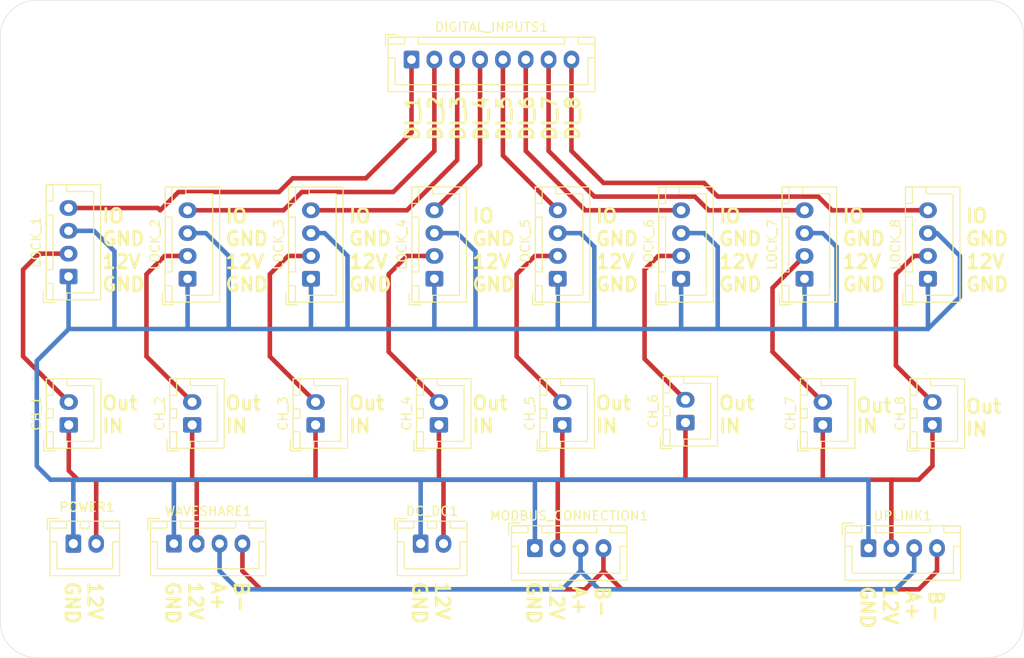
<source format=kicad_pcb>
(kicad_pcb (version 20241229) (generator "pcbnew") (generator_version "9.0")
  (layers (0 "F.Cu" signal) (2 "B.Cu" signal) (13 "F.Paste" user) (15 "B.Paste" user) (5 "F.SilkS" user "F.Silkscreen") (7 "B.SilkS" user "B.Silkscreen") (1 "F.Mask" user) (3 "B.Mask" user) (25 "Edge.Cuts" user))
  (net 0 "")
  (net 1 "Net-(CH_1-Pin_1)")
  (net 2 "Net-(CH_1-Pin_2)")
  (net 3 "Net-(CH_2-Pin_2)")
  (net 4 "Net-(CH_3-Pin_2)")
  (net 5 "Net-(CH_4-Pin_2)")
  (net 6 "Net-(CH_5-Pin_2)")
  (net 7 "Net-(CH_6-Pin_2)")
  (net 8 "Net-(CH_7-Pin_2)")
  (net 9 "Net-(CH_8-Pin_2)")
  (net 10 "Net-(DC_DC1-Pin_1)")
  (net 11 "Net-(DIGITAL_INPUTS1-Pin_7)")
  (net 12 "Net-(DIGITAL_INPUTS1-Pin_4)")
  (net 13 "Net-(DIGITAL_INPUTS1-Pin_3)")
  (net 14 "Net-(DIGITAL_INPUTS1-Pin_8)")
  (net 15 "Net-(DIGITAL_INPUTS1-Pin_2)")
  (net 16 "Net-(DIGITAL_INPUTS1-Pin_6)")
  (net 17 "Net-(DIGITAL_INPUTS1-Pin_1)")
  (net 18 "Net-(DIGITAL_INPUTS1-Pin_5)")
  (net 19 "Net-(MODBUS_CONNECTION1-Pin_3)")
  (net 20 "Net-(MODBUS_CONNECTION1-Pin_4)")
  (footprint "Connector_JST:JST_XH_B4B-XH-A_1x04_P2.50mm_Vertical" (layer "F.Cu") (at 66.5 66.5 90)
    (property "Reference" "LOCK_3" (at 3.75 -3.55 90) (layer "F.SilkS"))
    (property "Value" "Conn_01x04")
    (pad "1" thru_hole roundrect (at 0 0 90) (size 1.7 1.95) (drill 0.95) (layers "*.Cu" "*.Mask") (roundrect_rratio 0.147059) (net 10 "Net-(DC_DC1-Pin_1)"))
    (pad "2" thru_hole oval (at 2.5 0 90) (size 1.7 1.95) (drill 0.95) (layers "*.Cu" "*.Mask") (net 4 "Net-(CH_3-Pin_2)"))
    (pad "3" thru_hole oval (at 5 0 90) (size 1.7 1.95) (drill 0.95) (layers "*.Cu" "*.Mask") (net 10 "Net-(DC_DC1-Pin_1)"))
    (pad "4" thru_hole oval (at 7.5 0 90) (size 1.7 1.95) (drill 0.95) (layers "*.Cu" "*.Mask") (net 13 "Net-(DIGITAL_INPUTS1-Pin_3)"))
  )
  (footprint "Connector_JST:JST_XH_B4B-XH-A_1x04_P2.50mm_Vertical" (layer "F.Cu") (at 80 66.5 90)
    (property "Reference" "LOCK_4" (at 3.75 -3.55 90) (layer "F.SilkS"))
    (property "Value" "Conn_01x04")
    (pad "1" thru_hole roundrect (at 0 0 90) (size 1.7 1.95) (drill 0.95) (layers "*.Cu" "*.Mask") (roundrect_rratio 0.147059) (net 10 "Net-(DC_DC1-Pin_1)"))
    (pad "2" thru_hole oval (at 2.5 0 90) (size 1.7 1.95) (drill 0.95) (layers "*.Cu" "*.Mask") (net 5 "Net-(CH_4-Pin_2)"))
    (pad "3" thru_hole oval (at 5 0 90) (size 1.7 1.95) (drill 0.95) (layers "*.Cu" "*.Mask") (net 10 "Net-(DC_DC1-Pin_1)"))
    (pad "4" thru_hole oval (at 7.5 0 90) (size 1.7 1.95) (drill 0.95) (layers "*.Cu" "*.Mask") (net 12 "Net-(DIGITAL_INPUTS1-Pin_4)"))
  )
  (footprint "Connector_JST:JST_XH_B2B-XH-A_1x02_P2.50mm_Vertical" (layer "F.Cu") (at 134.5 82.5 90)
    (property "Reference" "CH_8" (at 1.25 -3.55 90) (layer "F.SilkS"))
    (property "Value" "Conn_01x02")
    (pad "1" thru_hole roundrect (at 0 0 90) (size 1.7 2) (drill 1) (layers "*.Cu" "*.Mask") (roundrect_rratio 0.147059) (net 1 "Net-(CH_1-Pin_1)"))
    (pad "2" thru_hole oval (at 2.5 0 90) (size 1.7 2) (drill 1) (layers "*.Cu" "*.Mask") (net 9 "Net-(CH_8-Pin_2)"))
  )
  (footprint "Connector_JST:JST_XH_B2B-XH-A_1x02_P2.50mm_Vertical" (layer "F.Cu") (at 78.5 95.5)
    (property "Reference" "DC_DC1" (at 1.25 -3.55 0) (layer "F.SilkS"))
    (property "Value" "Conn_01x02")
    (pad "1" thru_hole roundrect (at 0 0) (size 1.7 2) (drill 1) (layers "*.Cu" "*.Mask") (roundrect_rratio 0.147059) (net 10 "Net-(DC_DC1-Pin_1)"))
    (pad "2" thru_hole oval (at 2.5 0) (size 1.7 2) (drill 1) (layers "*.Cu" "*.Mask") (net 1 "Net-(CH_1-Pin_1)"))
  )
  (footprint "Connector_JST:JST_XH_B2B-XH-A_1x02_P2.50mm_Vertical" (layer "F.Cu") (at 94 82.5 90)
    (property "Reference" "CH_5" (at 1.25 -3.55 90) (layer "F.SilkS"))
    (property "Value" "Conn_01x02")
    (pad "1" thru_hole roundrect (at 0 0 90) (size 1.7 2) (drill 1) (layers "*.Cu" "*.Mask") (roundrect_rratio 0.147059) (net 1 "Net-(CH_1-Pin_1)"))
    (pad "2" thru_hole oval (at 2.5 0 90) (size 1.7 2) (drill 1) (layers "*.Cu" "*.Mask") (net 6 "Net-(CH_5-Pin_2)"))
  )
  (footprint "Connector_JST:JST_XH_B8B-XH-A_1x08_P2.50mm_Vertical" (layer "F.Cu") (at 77.5 42.5)
    (property "Reference" "DIGITAL_INPUTS1" (at 8.75 -3.55 0) (layer "F.SilkS"))
    (property "Value" "Conn_01x08")
    (pad "1" thru_hole roundrect (at 0 0) (size 1.7 1.95) (drill 0.95) (layers "*.Cu" "*.Mask") (roundrect_rratio 0.147059) (net 17 "Net-(DIGITAL_INPUTS1-Pin_1)"))
    (pad "2" thru_hole oval (at 2.5 0) (size 1.7 1.95) (drill 0.95) (layers "*.Cu" "*.Mask") (net 15 "Net-(DIGITAL_INPUTS1-Pin_2)"))
    (pad "3" thru_hole oval (at 5 0) (size 1.7 1.95) (drill 0.95) (layers "*.Cu" "*.Mask") (net 13 "Net-(DIGITAL_INPUTS1-Pin_3)"))
    (pad "4" thru_hole oval (at 7.5 0) (size 1.7 1.95) (drill 0.95) (layers "*.Cu" "*.Mask") (net 12 "Net-(DIGITAL_INPUTS1-Pin_4)"))
    (pad "5" thru_hole oval (at 10 0) (size 1.7 1.95) (drill 0.95) (layers "*.Cu" "*.Mask") (net 18 "Net-(DIGITAL_INPUTS1-Pin_5)"))
    (pad "6" thru_hole oval (at 12.5 0) (size 1.7 1.95) (drill 0.95) (layers "*.Cu" "*.Mask") (net 16 "Net-(DIGITAL_INPUTS1-Pin_6)"))
    (pad "7" thru_hole oval (at 15 0) (size 1.7 1.95) (drill 0.95) (layers "*.Cu" "*.Mask") (net 11 "Net-(DIGITAL_INPUTS1-Pin_7)"))
    (pad "8" thru_hole oval (at 17.5 0) (size 1.7 1.95) (drill 0.95) (layers "*.Cu" "*.Mask") (net 14 "Net-(DIGITAL_INPUTS1-Pin_8)"))
  )
  (footprint "Connector_JST:JST_XH_B2B-XH-A_1x02_P2.50mm_Vertical" (layer "F.Cu") (at 40 82.5 90)
    (property "Reference" "CH_1" (at 1.25 -3.55 90) (layer "F.SilkS"))
    (property "Value" "Conn_01x02")
    (pad "1" thru_hole roundrect (at 0 0 90) (size 1.7 2) (drill 1) (layers "*.Cu" "*.Mask") (roundrect_rratio 0.147059) (net 1 "Net-(CH_1-Pin_1)"))
    (pad "2" thru_hole oval (at 2.5 0 90) (size 1.7 2) (drill 1) (layers "*.Cu" "*.Mask") (net 2 "Net-(CH_1-Pin_2)"))
  )
  (footprint "Connector_JST:JST_XH_B4B-XH-A_1x04_P2.50mm_Vertical" (layer "F.Cu") (at 93.5 66.5 90)
    (property "Reference" "LOCK_5" (at 3.75 -3.55 90) (layer "F.SilkS"))
    (property "Value" "Conn_01x04")
    (pad "1" thru_hole roundrect (at 0 0 90) (size 1.7 1.95) (drill 0.95) (layers "*.Cu" "*.Mask") (roundrect_rratio 0.147059) (net 10 "Net-(DC_DC1-Pin_1)"))
    (pad "2" thru_hole oval (at 2.5 0 90) (size 1.7 1.95) (drill 0.95) (layers "*.Cu" "*.Mask") (net 6 "Net-(CH_5-Pin_2)"))
    (pad "3" thru_hole oval (at 5 0 90) (size 1.7 1.95) (drill 0.95) (layers "*.Cu" "*.Mask") (net 10 "Net-(DC_DC1-Pin_1)"))
    (pad "4" thru_hole oval (at 7.5 0 90) (size 1.7 1.95) (drill 0.95) (layers "*.Cu" "*.Mask") (net 18 "Net-(DIGITAL_INPUTS1-Pin_5)"))
  )
  (footprint "Connector_JST:JST_XH_B4B-XH-A_1x04_P2.50mm_Vertical" (layer "F.Cu") (at 127.5 96)
    (property "Reference" "UPLINK1" (at 3.75 -3.55 0) (layer "F.SilkS"))
    (property "Value" "Conn_01x04")
    (pad "1" thru_hole roundrect (at 0 0) (size 1.7 1.95) (drill 0.95) (layers "*.Cu" "*.Mask") (roundrect_rratio 0.147059) (net 10 "Net-(DC_DC1-Pin_1)"))
    (pad "2" thru_hole oval (at 2.5 0) (size 1.7 1.95) (drill 0.95) (layers "*.Cu" "*.Mask") (net 1 "Net-(CH_1-Pin_1)"))
    (pad "3" thru_hole oval (at 5 0) (size 1.7 1.95) (drill 0.95) (layers "*.Cu" "*.Mask") (net 19 "Net-(MODBUS_CONNECTION1-Pin_3)"))
    (pad "4" thru_hole oval (at 7.5 0) (size 1.7 1.95) (drill 0.95) (layers "*.Cu" "*.Mask") (net 20 "Net-(MODBUS_CONNECTION1-Pin_4)"))
  )
  (footprint "Connector_JST:JST_XH_B4B-XH-A_1x04_P2.50mm_Vertical" (layer "F.Cu") (at 53 66.5 90)
    (property "Reference" "LOCK_2" (at 3.75 -3.55 90) (layer "F.SilkS"))
    (property "Value" "Conn_01x04")
    (pad "1" thru_hole roundrect (at 0 0 90) (size 1.7 1.95) (drill 0.95) (layers "*.Cu" "*.Mask") (roundrect_rratio 0.147059) (net 10 "Net-(DC_DC1-Pin_1)"))
    (pad "2" thru_hole oval (at 2.5 0 90) (size 1.7 1.95) (drill 0.95) (layers "*.Cu" "*.Mask") (net 3 "Net-(CH_2-Pin_2)"))
    (pad "3" thru_hole oval (at 5 0 90) (size 1.7 1.95) (drill 0.95) (layers "*.Cu" "*.Mask") (net 10 "Net-(DC_DC1-Pin_1)"))
    (pad "4" thru_hole oval (at 7.5 0 90) (size 1.7 1.95) (drill 0.95) (layers "*.Cu" "*.Mask") (net 15 "Net-(DIGITAL_INPUTS1-Pin_2)"))
  )
  (footprint "Connector_JST:JST_XH_B2B-XH-A_1x02_P2.50mm_Vertical" (layer "F.Cu") (at 53.5 82.5 90)
    (property "Reference" "CH_2" (at 1.25 -3.55 90) (layer "F.SilkS"))
    (property "Value" "Conn_01x02")
    (pad "1" thru_hole roundrect (at 0 0 90) (size 1.7 2) (drill 1) (layers "*.Cu" "*.Mask") (roundrect_rratio 0.147059) (net 1 "Net-(CH_1-Pin_1)"))
    (pad "2" thru_hole oval (at 2.5 0 90) (size 1.7 2) (drill 1) (layers "*.Cu" "*.Mask") (net 3 "Net-(CH_2-Pin_2)"))
  )
  (footprint "Connector_JST:JST_XH_B2B-XH-A_1x02_P2.50mm_Vertical" (layer "F.Cu") (at 107.475 82.25 90)
    (property "Reference" "CH_6" (at 1.25 -3.55 90) (layer "F.SilkS"))
    (property "Value" "Conn_01x02")
    (pad "1" thru_hole roundrect (at 0 0 90) (size 1.7 2) (drill 1) (layers "*.Cu" "*.Mask") (roundrect_rratio 0.147059) (net 1 "Net-(CH_1-Pin_1)"))
    (pad "2" thru_hole oval (at 2.5 0 90) (size 1.7 2) (drill 1) (layers "*.Cu" "*.Mask") (net 7 "Net-(CH_6-Pin_2)"))
  )
  (footprint "Connector_JST:JST_XH_B4B-XH-A_1x04_P2.50mm_Vertical" (layer "F.Cu") (at 107 66.5 90)
    (property "Reference" "LOCK_6" (at 3.75 -3.55 90) (layer "F.SilkS"))
    (property "Value" "Conn_01x04")
    (pad "1" thru_hole roundrect (at 0 0 90) (size 1.7 1.95) (drill 0.95) (layers "*.Cu" "*.Mask") (roundrect_rratio 0.147059) (net 10 "Net-(DC_DC1-Pin_1)"))
    (pad "2" thru_hole oval (at 2.5 0 90) (size 1.7 1.95) (drill 0.95) (layers "*.Cu" "*.Mask") (net 7 "Net-(CH_6-Pin_2)"))
    (pad "3" thru_hole oval (at 5 0 90) (size 1.7 1.95) (drill 0.95) (layers "*.Cu" "*.Mask") (net 10 "Net-(DC_DC1-Pin_1)"))
    (pad "4" thru_hole oval (at 7.5 0 90) (size 1.7 1.95) (drill 0.95) (layers "*.Cu" "*.Mask") (net 16 "Net-(DIGITAL_INPUTS1-Pin_6)"))
  )
  (footprint "Connector_JST:JST_XH_B2B-XH-A_1x02_P2.50mm_Vertical" (layer "F.Cu") (at 122.5 82.5 90)
    (property "Reference" "CH_7" (at 1.25 -3.55 90) (layer "F.SilkS"))
    (property "Value" "Conn_01x02")
    (pad "1" thru_hole roundrect (at 0 0 90) (size 1.7 2) (drill 1) (layers "*.Cu" "*.Mask") (roundrect_rratio 0.147059) (net 1 "Net-(CH_1-Pin_1)"))
    (pad "2" thru_hole oval (at 2.5 0 90) (size 1.7 2) (drill 1) (layers "*.Cu" "*.Mask") (net 8 "Net-(CH_7-Pin_2)"))
  )
  (footprint "Connector_JST:JST_XH_B2B-XH-A_1x02_P2.50mm_Vertical" (layer "F.Cu") (at 40.5 95.5)
    (property "Reference" "POWER1" (at 1.5 -4 0) (layer "F.SilkS"))
    (property "Value" "Conn_01x02")
    (pad "1" thru_hole roundrect (at 0 0) (size 1.7 2) (drill 1) (layers "*.Cu" "*.Mask") (roundrect_rratio 0.147059) (net 10 "Net-(DC_DC1-Pin_1)"))
    (pad "2" thru_hole oval (at 2.5 0) (size 1.7 2) (drill 1) (layers "*.Cu" "*.Mask") (net 1 "Net-(CH_1-Pin_1)"))
  )
  (footprint "Connector_JST:JST_XH_B4B-XH-A_1x04_P2.50mm_Vertical" (layer "F.Cu") (at 39.975 66.25 90)
    (property "Reference" "LOCK_1" (at 3.75 -3.55 90) (layer "F.SilkS"))
    (property "Value" "Conn_01x04")
    (pad "1" thru_hole roundrect (at 0 0 90) (size 1.7 1.95) (drill 0.95) (layers "*.Cu" "*.Mask") (roundrect_rratio 0.147059) (net 10 "Net-(DC_DC1-Pin_1)"))
    (pad "2" thru_hole oval (at 2.5 0 90) (size 1.7 1.95) (drill 0.95) (layers "*.Cu" "*.Mask") (net 2 "Net-(CH_1-Pin_2)"))
    (pad "3" thru_hole oval (at 5 0 90) (size 1.7 1.95) (drill 0.95) (layers "*.Cu" "*.Mask") (net 10 "Net-(DC_DC1-Pin_1)"))
    (pad "4" thru_hole oval (at 7.5 0 90) (size 1.7 1.95) (drill 0.95) (layers "*.Cu" "*.Mask") (net 17 "Net-(DIGITAL_INPUTS1-Pin_1)"))
  )
  (footprint "Connector_JST:JST_XH_B2B-XH-A_1x02_P2.50mm_Vertical" (layer "F.Cu") (at 67 82.5 90)
    (property "Reference" "CH_3" (at 1.25 -3.55 90) (layer "F.SilkS"))
    (property "Value" "Conn_01x02")
    (pad "1" thru_hole roundrect (at 0 0 90) (size 1.7 2) (drill 1) (layers "*.Cu" "*.Mask") (roundrect_rratio 0.147059) (net 1 "Net-(CH_1-Pin_1)"))
    (pad "2" thru_hole oval (at 2.5 0 90) (size 1.7 2) (drill 1) (layers "*.Cu" "*.Mask") (net 4 "Net-(CH_3-Pin_2)"))
  )
  (footprint "Connector_JST:JST_XH_B2B-XH-A_1x02_P2.50mm_Vertical" (layer "F.Cu") (at 80.5 82.5 90)
    (property "Reference" "CH_4" (at 1.25 -3.55 90) (layer "F.SilkS"))
    (property "Value" "Conn_01x02")
    (pad "1" thru_hole roundrect (at 0 0 90) (size 1.7 2) (drill 1) (layers "*.Cu" "*.Mask") (roundrect_rratio 0.147059) (net 1 "Net-(CH_1-Pin_1)"))
    (pad "2" thru_hole oval (at 2.5 0 90) (size 1.7 2) (drill 1) (layers "*.Cu" "*.Mask") (net 5 "Net-(CH_4-Pin_2)"))
  )
  (footprint "Connector_JST:JST_XH_B4B-XH-A_1x04_P2.50mm_Vertical" (layer "F.Cu") (at 91 96)
    (property "Reference" "MODBUS_CONNECTION1" (at 3.75 -3.55 0) (layer "F.SilkS"))
    (property "Value" "Conn_01x04")
    (pad "1" thru_hole roundrect (at 0 0) (size 1.7 1.95) (drill 0.95) (layers "*.Cu" "*.Mask") (roundrect_rratio 0.147059) (net 10 "Net-(DC_DC1-Pin_1)"))
    (pad "2" thru_hole oval (at 2.5 0) (size 1.7 1.95) (drill 0.95) (layers "*.Cu" "*.Mask") (net 1 "Net-(CH_1-Pin_1)"))
    (pad "3" thru_hole oval (at 5 0) (size 1.7 1.95) (drill 0.95) (layers "*.Cu" "*.Mask") (net 19 "Net-(MODBUS_CONNECTION1-Pin_3)"))
    (pad "4" thru_hole oval (at 7.5 0) (size 1.7 1.95) (drill 0.95) (layers "*.Cu" "*.Mask") (net 20 "Net-(MODBUS_CONNECTION1-Pin_4)"))
  )
  (footprint "Connector_JST:JST_XH_B4B-XH-A_1x04_P2.50mm_Vertical" (layer "F.Cu") (at 134 66.5 90)
    (property "Reference" "LOCK_8" (at 3.75 -3.55 90) (layer "F.SilkS"))
    (property "Value" "Conn_01x04")
    (pad "1" thru_hole roundrect (at 0 0 90) (size 1.7 1.95) (drill 0.95) (layers "*.Cu" "*.Mask") (roundrect_rratio 0.147059) (net 10 "Net-(DC_DC1-Pin_1)"))
    (pad "2" thru_hole oval (at 2.5 0 90) (size 1.7 1.95) (drill 0.95) (layers "*.Cu" "*.Mask") (net 9 "Net-(CH_8-Pin_2)"))
    (pad "3" thru_hole oval (at 5 0 90) (size 1.7 1.95) (drill 0.95) (layers "*.Cu" "*.Mask") (net 10 "Net-(DC_DC1-Pin_1)"))
    (pad "4" thru_hole oval (at 7.5 0 90) (size 1.7 1.95) (drill 0.95) (layers "*.Cu" "*.Mask") (net 14 "Net-(DIGITAL_INPUTS1-Pin_8)"))
  )
  (footprint "Connector_JST:JST_XH_B4B-XH-A_1x04_P2.50mm_Vertical" (layer "F.Cu") (at 51.5 95.5)
    (property "Reference" "WAVESHARE1" (at 3.75 -3.55 0) (layer "F.SilkS"))
    (property "Value" "Conn_01x04")
    (pad "1" thru_hole roundrect (at 0 0) (size 1.7 1.95) (drill 0.95) (layers "*.Cu" "*.Mask") (roundrect_rratio 0.147059) (net 10 "Net-(DC_DC1-Pin_1)"))
    (pad "2" thru_hole oval (at 2.5 0) (size 1.7 1.95) (drill 0.95) (layers "*.Cu" "*.Mask") (net 1 "Net-(CH_1-Pin_1)"))
    (pad "3" thru_hole oval (at 5 0) (size 1.7 1.95) (drill 0.95) (layers "*.Cu" "*.Mask") (net 19 "Net-(MODBUS_CONNECTION1-Pin_3)"))
    (pad "4" thru_hole oval (at 7.5 0) (size 1.7 1.95) (drill 0.95) (layers "*.Cu" "*.Mask") (net 20 "Net-(MODBUS_CONNECTION1-Pin_4)"))
  )
  (footprint "Connector_JST:JST_XH_B4B-XH-A_1x04_P2.50mm_Vertical" (layer "F.Cu") (at 120.5 66.5 90)
    (property "Reference" "LOCK_7" (at 3.75 -3.55 90) (layer "F.SilkS"))
    (property "Value" "Conn_01x04")
    (pad "1" thru_hole roundrect (at 0 0 90) (size 1.7 1.95) (drill 0.95) (layers "*.Cu" "*.Mask") (roundrect_rratio 0.147059) (net 10 "Net-(DC_DC1-Pin_1)"))
    (pad "2" thru_hole oval (at 2.5 0 90) (size 1.7 1.95) (drill 0.95) (layers "*.Cu" "*.Mask") (net 8 "Net-(CH_7-Pin_2)"))
    (pad "3" thru_hole oval (at 5 0 90) (size 1.7 1.95) (drill 0.95) (layers "*.Cu" "*.Mask") (net 10 "Net-(DC_DC1-Pin_1)"))
    (pad "4" thru_hole oval (at 7.5 0 90) (size 1.7 1.95) (drill 0.95) (layers "*.Cu" "*.Mask") (net 11 "Net-(DIGITAL_INPUTS1-Pin_7)"))
  )
  (gr_line (start 36.5 36) (end 140.5 36) (stroke (width 0.05)) (layer "Edge.Cuts"))
  (gr_arc (start 32.5 40) (mid 33.671573 37.171573) (end 36.5 36) (stroke (width 0.05)) (layer "Edge.Cuts"))
  (gr_arc (start 140.5 36) (mid 143.328427 37.171573) (end 144.5 40) (stroke (width 0.05)) (layer "Edge.Cuts"))
  (gr_arc (start 36.5 108) (mid 33.671573 106.828427) (end 32.5 104) (stroke (width 0.05)) (layer "Edge.Cuts"))
  (gr_line (start 144.5 40) (end 144.5 104) (stroke (width 0.05)) (layer "Edge.Cuts"))
  (gr_line (start 32.5 104) (end 32.5 40) (stroke (width 0.05)) (layer "Edge.Cuts"))
  (gr_arc (start 144.5 104) (mid 143.328427 106.828427) (end 140.5 108) (stroke (width 0.05)) (layer "Edge.Cuts"))
  (gr_line (start 140.5 108) (end 36.5 108) (stroke (width 0.05)) (layer "Edge.Cuts"))
  (gr_text "A+" (at 55.5 99.5 270) (layer "F.SilkS") (effects (font (size 1.5 1.5) (thickness 0.3) (bold yes)) (justify left bottom)))
  (gr_text "DI_1" (at 78.5 51.5 90) (layer "F.SilkS") (effects (font (size 1.5 1.5) (thickness 0.3) (bold yes)) (justify left bottom)))
  (gr_text "B-" (at 97.5 100 270) (layer "F.SilkS") (effects (font (size 1.5 1.5) (thickness 0.3) (bold yes)) (justify left bottom)))
  (gr_text "GND" (at 111 68 0) (layer "F.SilkS") (effects (font (size 1.5 1.5) (thickness 0.3) (bold yes)) (justify left bottom)))
  (gr_text "12V" (at 138 65.5 0) (layer "F.SilkS") (effects (font (size 1.5 1.5) (thickness 0.3) (bold yes)) (justify left bottom)))
  (gr_text "IO" (at 84 60.5 0) (layer "F.SilkS") (effects (font (size 1.5 1.5) (thickness 0.3) (bold yes)) (justify left bottom)))
  (gr_text "GND" (at 97.5 68 0) (layer "F.SilkS") (effects (font (size 1.5 1.5) (thickness 0.3) (bold yes)) (justify left bottom)))
  (gr_text "IN" (at 97.5 83.5 0) (layer "F.SilkS") (effects (font (size 1.5 1.5) (thickness 0.3) (bold yes)) (justify left bottom)))
  (gr_text "GND" (at 138 63 0) (layer "F.SilkS") (effects (font (size 1.5 1.5) (thickness 0.3) (bold yes)) (justify left bottom)))
  (gr_text "IN" (at 70.5 83.5 0) (layer "F.SilkS") (effects (font (size 1.5 1.5) (thickness 0.3) (bold yes)) (justify left bottom)))
  (gr_text "12V" (at 80 99.5 270) (layer "F.SilkS") (effects (font (size 1.5 1.5) (thickness 0.3) (bold yes)) (justify left bottom)))
  (gr_text "Out" (at 97.5 81 0) (layer "F.SilkS") (effects (font (size 1.5 1.5) (thickness 0.3) (bold yes)) (justify left bottom)))
  (gr_text "IO" (at 57 60.5 0) (layer "F.SilkS") (effects (font (size 1.5 1.5) (thickness 0.3) (bold yes)) (justify left bottom)))
  (gr_text "DI_6" (at 91 51.5 90) (layer "F.SilkS") (effects (font (size 1.5 1.5) (thickness 0.3) (bold yes)) (justify left bottom)))
  (gr_text "12V" (at 97.5 65.5 0) (layer "F.SilkS") (effects (font (size 1.5 1.5) (thickness 0.3) (bold yes)) (justify left bottom)))
  (gr_text "GND" (at 43.5 63 0) (layer "F.SilkS") (effects (font (size 1.5 1.5) (thickness 0.3) (bold yes)) (justify left bottom)))
  (gr_text "GND" (at 124.5 63 0) (layer "F.SilkS") (effects (font (size 1.5 1.5) (thickness 0.3) (bold yes)) (justify left bottom)))
  (gr_text "IO" (at 124.5 60.5 0) (layer "F.SilkS") (effects (font (size 1.5 1.5) (thickness 0.3) (bold yes)) (justify left bottom)))
  (gr_text "12V" (at 53 99.5 270) (layer "F.SilkS") (effects (font (size 1.5 1.5) (thickness 0.3) (bold yes)) (justify left bottom)))
  (gr_text "GND" (at 97.5 63 0) (layer "F.SilkS") (effects (font (size 1.5 1.5) (thickness 0.3) (bold yes)) (justify left bottom)))
  (gr_text "A+" (at 95 100 270) (layer "F.SilkS") (effects (font (size 1.5 1.5) (thickness 0.3) (bold yes)) (justify left bottom)))
  (gr_text "IN" (at 126.01 83.5 0) (layer "F.SilkS") (effects (font (size 1.5 1.5) (thickness 0.3) (bold yes)) (justify left bottom)))
  (gr_text "GND" (at 90 99.5 270) (layer "F.SilkS") (effects (font (size 1.5 1.5) (thickness 0.3) (bold yes)) (justify left bottom)))
  (gr_text "DI_2" (at 81 51.5 90) (layer "F.SilkS") (effects (font (size 1.5 1.5) (thickness 0.3) (bold yes)) (justify left bottom)))
  (gr_text "IN" (at 138 83.855 0) (layer "F.SilkS") (effects (font (size 1.5 1.5) (thickness 0.3) (bold yes)) (justify left bottom)))
  (gr_text "B-" (at 134 100.5 270) (layer "F.SilkS") (effects (font (size 1.5 1.5) (thickness 0.3) (bold yes)) (justify left bottom)))
  (gr_text "IO" (at 43.5 60.5 0) (layer "F.SilkS") (effects (font (size 1.5 1.5) (thickness 0.3) (bold yes)) (justify left bottom)))
  (gr_text "GND" (at 138 68 0) (layer "F.SilkS") (effects (font (size 1.5 1.5) (thickness 0.3) (bold yes)) (justify left bottom)))
  (gr_text "12V" (at 129 100 270) (layer "F.SilkS") (effects (font (size 1.5 1.5) (thickness 0.3) (bold yes)) (justify left bottom)))
  (gr_text "12V" (at 84 65.5 0) (layer "F.SilkS") (effects (font (size 1.5 1.5) (thickness 0.3) (bold yes)) (justify left bottom)))
  (gr_text "A+" (at 131.5 100.5 270) (layer "F.SilkS") (effects (font (size 1.5 1.5) (thickness 0.3) (bold yes)) (justify left bottom)))
  (gr_text "GND" (at 70.5 63 0) (layer "F.SilkS") (effects (font (size 1.5 1.5) (thickness 0.3) (bold yes)) (justify left bottom)))
  (gr_text "IO" (at 138 60.5 0) (layer "F.SilkS") (effects (font (size 1.5 1.5) (thickness 0.3) (bold yes)) (justify left bottom)))
  (gr_text "IO" (at 97.5 60.5 0) (layer "F.SilkS") (effects (font (size 1.5 1.5) (thickness 0.3) (bold yes)) (justify left bottom)))
  (gr_text "GND" (at 111 63 0) (layer "F.SilkS") (effects (font (size 1.5 1.5) (thickness 0.3) (bold yes)) (justify left bottom)))
  (gr_text "12V" (at 42 99.5 270) (layer "F.SilkS") (effects (font (size 1.5 1.5) (thickness 0.3) (bold yes)) (justify left bottom)))
  (gr_text "Out" (at 43.5 81 0) (layer "F.SilkS") (effects (font (size 1.5 1.5) (thickness 0.3) (bold yes)) (justify left bottom)))
  (gr_text "DI_5" (at 88.5 51.5 90) (layer "F.SilkS") (effects (font (size 1.5 1.5) (thickness 0.3) (bold yes)) (justify left bottom)))
  (gr_text "DI_8" (at 96 51.5 90) (layer "F.SilkS") (effects (font (size 1.5 1.5) (thickness 0.3) (bold yes)) (justify left bottom)))
  (gr_text "DI_7" (at 93.5 51.5 90) (layer "F.SilkS") (effects (font (size 1.5 1.5) (thickness 0.3) (bold yes)) (justify left bottom)))
  (gr_text "IN" (at 84 83.5 0) (layer "F.SilkS") (effects (font (size 1.5 1.5) (thickness 0.3) (bold yes)) (justify left bottom)))
  (gr_text "12V" (at 92.5 99.5 270) (layer "F.SilkS") (effects (font (size 1.5 1.5) (thickness 0.3) (bold yes)) (justify left bottom)))
  (gr_text "Out" (at 57 81 0) (layer "F.SilkS") (effects (font (size 1.5 1.5) (thickness 0.3) (bold yes)) (justify left bottom)))
  (gr_text "Out" (at 70.5 81 0) (layer "F.SilkS") (effects (font (size 1.5 1.5) (thickness 0.3) (bold yes)) (justify left bottom)))
  (gr_text "GND" (at 39.5 99.5 270) (layer "F.SilkS") (effects (font (size 1.5 1.5) (thickness 0.3) (bold yes)) (justify left bottom)))
  (gr_text "GND" (at 126.5 100 270) (layer "F.SilkS") (effects (font (size 1.5 1.5) (thickness 0.3) (bold yes)) (justify left bottom)))
  (gr_text "IN" (at 43.5 83.5 0) (layer "F.SilkS") (effects (font (size 1.5 1.5) (thickness 0.3) (bold yes)) (justify left bottom)))
  (gr_text "GND" (at 84 63 0) (layer "F.SilkS") (effects (font (size 1.5 1.5) (thickness 0.3) (bold yes)) (justify left bottom)))
  (gr_text "12V" (at 70.5 65.5 0) (layer "F.SilkS") (effects (font (size 1.5 1.5) (thickness 0.3) (bold yes)) (justify left bottom)))
  (gr_text "Out" (at 111 81 0) (layer "F.SilkS") (effects (font (size 1.5 1.5) (thickness 0.3) (bold yes)) (justify left bottom)))
  (gr_text "GND" (at 57 68 0) (layer "F.SilkS") (effects (font (size 1.5 1.5) (thickness 0.3) (bold yes)) (justify left bottom)))
  (gr_text "12V" (at 124.5 65.5 0) (layer "F.SilkS") (effects (font (size 1.5 1.5) (thickness 0.3) (bold yes)) (justify left bottom)))
  (gr_text "Out" (at 126.01 81.25 0) (layer "F.SilkS") (effects (font (size 1.5 1.5) (thickness 0.3) (bold yes)) (justify left bottom)))
  (gr_text "IN" (at 111 83.5 0) (layer "F.SilkS") (effects (font (size 1.5 1.5) (thickness 0.3) (bold yes)) (justify left bottom)))
  (gr_text "GND" (at 84 68 0) (layer "F.SilkS") (effects (font (size 1.5 1.5) (thickness 0.3) (bold yes)) (justify left bottom)))
  (gr_text "GND" (at 124.5 68 0) (layer "F.SilkS") (effects (font (size 1.5 1.5) (thickness 0.3) (bold yes)) (justify left bottom)))
  (gr_text "Out" (at 138 81.355 0) (layer "F.SilkS") (effects (font (size 1.5 1.5) (thickness 0.3) (bold yes)) (justify left bottom)))
  (gr_text "DI_3	" (at 83.5 51.5 90) (layer "F.SilkS") (effects (font (size 1.5 1.5) (thickness 0.3) (bold yes)) (justify left bottom)))
  (gr_text "GND" (at 50.5 99.5 270) (layer "F.SilkS") (effects (font (size 1.5 1.5) (thickness 0.3) (bold yes)) (justify left bottom)))
  (gr_text "12V" (at 43.5 65.5 0) (layer "F.SilkS") (effects (font (size 1.5 1.5) (thickness 0.3) (bold yes)) (justify left bottom)))
  (gr_text "IO" (at 70.5 60.5 0) (layer "F.SilkS") (effects (font (size 1.5 1.5) (thickness 0.3) (bold yes)) (justify left bottom)))
  (gr_text "Out" (at 84 81 0) (layer "F.SilkS") (effects (font (size 1.5 1.5) (thickness 0.3) (bold yes)) (justify left bottom)))
  (gr_text "GND" (at 43.5 68 0) (layer "F.SilkS") (effects (font (size 1.5 1.5) (thickness 0.3) (bold yes)) (justify left bottom)))
  (gr_text "B-" (at 58 99.5 270) (layer "F.SilkS") (effects (font (size 1.5 1.5) (thickness 0.3) (bold yes)) (justify left bottom)))
  (gr_text "12V" (at 57 65.5 0) (layer "F.SilkS") (effects (font (size 1.5 1.5) (thickness 0.3) (bold yes)) (justify left bottom)))
  (gr_text "DI_4" (at 86 51.5 90) (layer "F.SilkS") (effects (font (size 1.5 1.5) (thickness 0.3) (bold yes)) (justify left bottom)))
  (gr_text "GND" (at 77.5 99.5 270) (layer "F.SilkS") (effects (font (size 1.5 1.5) (thickness 0.3) (bold yes)) (justify left bottom)))
  (gr_text "12V" (at 111 65.5 0) (layer "F.SilkS") (effects (font (size 1.5 1.5) (thickness 0.3) (bold yes)) (justify left bottom)))
  (gr_text "GND" (at 70.5 68 0) (layer "F.SilkS") (effects (font (size 1.5 1.5) (thickness 0.3) (bold yes)) (justify left bottom)))
  (gr_text "IN" (at 57 83.5 0) (layer "F.SilkS") (effects (font (size 1.5 1.5) (thickness 0.3) (bold yes)) (justify left bottom)))
  (gr_text "IO" (at 111 60.5 0) (layer "F.SilkS") (effects (font (size 1.5 1.5) (thickness 0.3) (bold yes)) (justify left bottom)))
  (gr_text "GND" (at 57 63 0) (layer "F.SilkS") (effects (font (size 1.5 1.5) (thickness 0.3) (bold yes)) (justify left bottom)))
  (segment (start 94 82.5) (end 94 88.5) (width 0.5) (layer "F.Cu") (net 1))
  (segment (start 107.5 88.5) (end 122.5 88.5) (width 0.5) (layer "F.Cu") (net 1))
  (segment (start 40 87.5) (end 41 88.5) (width 0.5) (layer "F.Cu") (net 1))
  (segment (start 80.5 88.5) (end 81 88.5) (width 0.5) (layer "F.Cu") (net 1))
  (segment (start 122.5 88.5) (end 130 88.5) (width 0.5) (layer "F.Cu") (net 1))
  (segment (start 67 82.5) (end 67 88.5) (width 0.5) (layer "F.Cu") (net 1))
  (segment (start 54 88.5) (end 67 88.5) (width 0.5) (layer "F.Cu") (net 1))
  (segment (start 107.475 88.475) (end 107.5 88.5) (width 0.5) (layer "F.Cu") (net 1))
  (segment (start 107.475 82.25) (end 107.475 88.475) (width 0.5) (layer "F.Cu") (net 1))
  (segment (start 43 95.5) (end 43 88.5) (width 0.5) (layer "F.Cu") (net 1))
  (segment (start 93.5 88.5) (end 94 88.5) (width 0.5) (layer "F.Cu") (net 1))
  (segment (start 40 82.5) (end 40 87.5) (width 0.5) (layer "F.Cu") (net 1))
  (segment (start 81 88.5) (end 93.5 88.5) (width 0.5) (layer "F.Cu") (net 1))
  (segment (start 130 96) (end 130 88.5) (width 0.5) (layer "F.Cu") (net 1))
  (segment (start 134.5 87) (end 134.5 82.5) (width 0.5) (layer "F.Cu") (net 1))
  (segment (start 53.5 82.5) (end 53.5 88.5) (width 0.5) (layer "F.Cu") (net 1))
  (segment (start 67 88.5) (end 80.5 88.5) (width 0.5) (layer "F.Cu") (net 1))
  (segment (start 133 88.5) (end 134.5 87) (width 0.5) (layer "F.Cu") (net 1))
  (segment (start 122.5 82.5) (end 122.5 88.5) (width 0.5) (layer "F.Cu") (net 1))
  (segment (start 130 88.5) (end 133 88.5) (width 0.5) (layer "F.Cu") (net 1))
  (segment (start 41 88.5) (end 43 88.5) (width 0.5) (layer "F.Cu") (net 1))
  (segment (start 94 88.5) (end 107.5 88.5) (width 0.5) (layer "F.Cu") (net 1))
  (segment (start 80.5 82.5) (end 80.5 88.5) (width 0.5) (layer "F.Cu") (net 1))
  (segment (start 54 95.5) (end 54 88.5) (width 0.5) (layer "F.Cu") (net 1))
  (segment (start 43 88.5) (end 53.5 88.5) (width 0.5) (layer "F.Cu") (net 1))
  (segment (start 81 95.5) (end 81 88.5) (width 0.5) (layer "F.Cu") (net 1))
  (segment (start 93.5 96) (end 93.5 88.5) (width 0.5) (layer "F.Cu") (net 1))
  (segment (start 53.5 88.5) (end 54 88.5) (width 0.5) (layer "F.Cu") (net 1))
  (segment (start 36.75 63.75) (end 35 65.5) (width 0.5) (layer "F.Cu") (net 2))
  (segment (start 40 80) (end 35 75) (width 0.5) (layer "F.Cu") (net 2))
  (segment (start 35 65.5) (end 35 75) (width 0.5) (layer "F.Cu") (net 2))
  (segment (start 39.975 63.75) (end 36.75 63.75) (width 0.5) (layer "F.Cu") (net 2))
  (segment (start 50.5 64) (end 53 64) (width 0.5) (layer "F.Cu") (net 3))
  (segment (start 53.5 80) (end 48.5 75) (width 0.5) (layer "F.Cu") (net 3))
  (segment (start 48.5 66) (end 50.5 64) (width 0.5) (layer "F.Cu") (net 3))
  (segment (start 48.5 75) (end 48.5 66) (width 0.5) (layer "F.Cu") (net 3))
  (segment (start 64 64) (end 66.5 64) (width 0.5) (layer "F.Cu") (net 4))
  (segment (start 62 75) (end 62 66) (width 0.5) (layer "F.Cu") (net 4))
  (segment (start 67 80) (end 62 75) (width 0.5) (layer "F.Cu") (net 4))
  (segment (start 62 66) (end 64 64) (width 0.5) (layer "F.Cu") (net 4))
  (segment (start 77 64) (end 80 64) (width 0.5) (layer "F.Cu") (net 5))
  (segment (start 80.5 80) (end 75 74.5) (width 0.5) (layer "F.Cu") (net 5))
  (segment (start 75 74.5) (end 75 66) (width 0.5) (layer "F.Cu") (net 5))
  (segment (start 75 66) (end 77 64) (width 0.5) (layer "F.Cu") (net 5))
  (segment (start 89 66) (end 91 64) (width 0.5) (layer "F.Cu") (net 6))
  (segment (start 91 64) (end 93.5 64) (width 0.5) (layer "F.Cu") (net 6))
  (segment (start 94 80) (end 89 75) (width 0.5) (layer "F.Cu") (net 6))
  (segment (start 89 75) (end 89 66) (width 0.5) (layer "F.Cu") (net 6))
  (segment (start 103 65.5) (end 104.5 64) (width 0.5) (layer "F.Cu") (net 7))
  (segment (start 104.5 64) (end 107 64) (width 0.5) (layer "F.Cu") (net 7))
  (segment (start 103 75.275) (end 103 65.5) (width 0.5) (layer "F.Cu") (net 7))
  (segment (start 107.475 79.75) (end 103 75.275) (width 0.5) (layer "F.Cu") (net 7))
  (segment (start 117 67.5) (end 120.5 64) (width 0.5) (layer "F.Cu") (net 8))
  (segment (start 117 74.5) (end 117 67.5) (width 0.5) (layer "F.Cu") (net 8))
  (segment (start 122.5 80) (end 117 74.5) (width 0.5) (layer "F.Cu") (net 8))
  (segment (start 130.5 66) (end 132.5 64) (width 0.5) (layer "F.Cu") (net 9))
  (segment (start 134.5 80) (end 130.5 76) (width 0.5) (layer "F.Cu") (net 9))
  (segment (start 130.5 76) (end 130.5 66) (width 0.5) (layer "F.Cu") (net 9))
  (segment (start 132.5 64) (end 134 64) (width 0.5) (layer "F.Cu") (net 9))
  (segment (start 111 63) (end 111 72) (width 0.5) (layer "B.Cu") (net 10))
  (segment (start 134 72) (end 134 66.5) (width 0.5) (layer "B.Cu") (net 10))
  (segment (start 39.975 61.25) (end 42.75 61.25) (width 0.5) (layer "B.Cu") (net 10))
  (segment (start 40 72) (end 45 72) (width 0.5) (layer "B.Cu") (net 10))
  (segment (start 134 72) (end 137.5 68.5) (width 0.5) (layer "B.Cu") (net 10))
  (segment (start 120.5 66.5) (end 120.5 72) (width 0.5) (layer "B.Cu") (net 10))
  (segment (start 78.5 95.5) (end 78.5 88.5) (width 0.5) (layer "B.Cu") (net 10))
  (segment (start 45 63.5) (end 45 72) (width 0.5) (layer "B.Cu") (net 10))
  (segment (start 84.5 63.5) (end 84.5 72) (width 0.5) (layer "B.Cu") (net 10))
  (segment (start 84.5 72) (end 93.5 72) (width 0.5) (layer "B.Cu") (net 10))
  (segment (start 93.5 66.5) (end 93.5 72) (width 0.5) (layer "B.Cu") (net 10))
  (segment (start 80 72) (end 84.5 72) (width 0.5) (layer "B.Cu") (net 10))
  (segment (start 68 61.5) (end 70.5 64) (width 0.5) (layer "B.Cu") (net 10))
  (segment (start 78.5 88.5) (end 51.5 88.5) (width 0.5) (layer "B.Cu") (net 10))
  (segment (start 66.5 61.5) (end 68 61.5) (width 0.5) (layer "B.Cu") (net 10))
  (segment (start 109.5 61.5) (end 111 63) (width 0.5) (layer "B.Cu") (net 10))
  (segment (start 135 61.5) (end 134 61.5) (width 0.5) (layer "B.Cu") (net 10))
  (segment (start 51.5 88.5) (end 40.5 88.5) (width 0.5) (layer "B.Cu") (net 10))
  (segment (start 80 61.5) (end 82.5 61.5) (width 0.5) (layer "B.Cu") (net 10))
  (segment (start 40.5 88.5) (end 38 88.5) (width 0.5) (layer "B.Cu") (net 10))
  (segment (start 124 63) (end 124 72) (width 0.5) (layer "B.Cu") (net 10))
  (segment (start 70.5 64) (end 70.5 72) (width 0.5) (layer "B.Cu") (net 10))
  (segment (start 42.75 61.25) (end 45 63.5) (width 0.5) (layer "B.Cu") (net 10))
  (segment (start 51.5 95.5) (end 51.5 88.5) (width 0.5) (layer "B.Cu") (net 10))
  (segment (start 97.5 72) (end 107 72) (width 0.5) (layer "B.Cu") (net 10))
  (segment (start 66.5 72) (end 70.5 72) (width 0.5) (layer "B.Cu") (net 10))
  (segment (start 127.5 88.5) (end 91 88.5) (width 0.5) (layer "B.Cu") (net 10))
  (segment (start 97.5 63) (end 97.5 72) (width 0.5) (layer "B.Cu") (net 10))
  (segment (start 120.5 72) (end 124 72) (width 0.5) (layer "B.Cu") (net 10))
  (segment (start 80 66.5) (end 80 72) (width 0.5) (layer "B.Cu") (net 10))
  (segment (start 38 88.5) (end 36.5 87) (width 0.5) (layer "B.Cu") (net 10))
  (segment (start 40 72) (end 39.975 71.975) (width 0.5) (layer "B.Cu") (net 10))
  (segment (start 137.5 64) (end 135 61.5) (width 0.5) (layer "B.Cu") (net 10))
  (segment (start 137.5 68.5) (end 137.5 64) (width 0.5) (layer "B.Cu") (net 10))
  (segment (start 36.5 75.5) (end 40 72) (width 0.5) (layer "B.Cu") (net 10))
  (segment (start 39.975 71.975) (end 39.975 66.25) (width 0.5) (layer "B.Cu") (net 10))
  (segment (start 53 66.5) (end 53 72) (width 0.5) (layer "B.Cu") (net 10))
  (segment (start 111 72) (end 120.5 72) (width 0.5) (layer "B.Cu") (net 10))
  (segment (start 45 72) (end 53 72) (width 0.5) (layer "B.Cu") (net 10))
  (segment (start 120.5 61.5) (end 122.5 61.5) (width 0.5) (layer "B.Cu") (net 10))
  (segment (start 93.5 61.5) (end 96 61.5) (width 0.5) (layer "B.Cu") (net 10))
  (segment (start 124 72) (end 134 72) (width 0.5) (layer "B.Cu") (net 10))
  (segment (start 127.5 96) (end 127.5 88.5) (width 0.5) (layer "B.Cu") (net 10))
  (segment (start 40.5 88.5) (end 40.5 95.5) (width 0.5) (layer "B.Cu") (net 10))
  (segment (start 91 96) (end 91 88.5) (width 0.5) (layer "B.Cu") (net 10))
  (segment (start 53 61.5) (end 55 61.5) (width 0.5) (layer "B.Cu") (net 10))
  (segment (start 93.5 72) (end 97.5 72) (width 0.5) (layer "B.Cu") (net 10))
  (segment (start 107 61.5) (end 109.5 61.5) (width 0.5) (layer "B.Cu") (net 10))
  (segment (start 57.5 72) (end 66.5 72) (width 0.5) (layer "B.Cu") (net 10))
  (segment (start 122.5 61.5) (end 124 63) (width 0.5) (layer "B.Cu") (net 10))
  (segment (start 107 72) (end 111 72) (width 0.5) (layer "B.Cu") (net 10))
  (segment (start 66.5 66.5) (end 66.5 72) (width 0.5) (layer "B.Cu") (net 10))
  (segment (start 82.5 61.5) (end 84.5 63.5) (width 0.5) (layer "B.Cu") (net 10))
  (segment (start 55 61.5) (end 57.5 64) (width 0.5) (layer "B.Cu") (net 10))
  (segment (start 36.5 87) (end 36.5 75.5) (width 0.5) (layer "B.Cu") (net 10))
  (segment (start 53 72) (end 57.5 72) (width 0.5) (layer "B.Cu") (net 10))
  (segment (start 57.5 64) (end 57.5 72) (width 0.5) (layer "B.Cu") (net 10))
  (segment (start 96 61.5) (end 97.5 63) (width 0.5) (layer "B.Cu") (net 10))
  (segment (start 70.5 72) (end 80 72) (width 0.5) (layer "B.Cu") (net 10))
  (segment (start 91 88.5) (end 78.5 88.5) (width 0.5) (layer "B.Cu") (net 10))
  (segment (start 107 66.5) (end 107 72) (width 0.5) (layer "B.Cu") (net 10))
  (segment (start 108.5 57.5) (end 97.5 57.5) (width 0.5) (layer "F.Cu") (net 11))
  (segment (start 120.5 59) (end 110 59) (width 0.5) (layer "F.Cu") (net 11))
  (segment (start 92.5 52.5) (end 92.5 42.5) (width 0.5) (layer "F.Cu") (net 11))
  (segment (start 110 59) (end 108.5 57.5) (width 0.5) (layer "F.Cu") (net 11))
  (segment (start 97.5 57.5) (end 92.5 52.5) (width 0.5) (layer "F.Cu") (net 11))
  (segment (start 85 54) (end 85 42.5) (width 0.5) (layer "F.Cu") (net 12))
  (segment (start 80 59) (end 85 54) (width 0.5) (layer "F.Cu") (net 12))
  (segment (start 80 59) (end 80 58.5) (width 0.5) (layer "F.Cu") (net 12))
  (segment (start 77 59) (end 82.5 53.5) (width 0.5) (layer "F.Cu") (net 13))
  (segment (start 82.5 53.5) (end 82.5 42.5) (width 0.5) (layer "F.Cu") (net 13))
  (segment (start 66.5 59) (end 77 59) (width 0.5) (layer "F.Cu") (net 13))
  (segment (start 95 52.5) (end 95 42.5) (width 0.5) (layer "F.Cu") (net 14))
  (segment (start 109.5 56) (end 98.5 56) (width 0.5) (layer "F.Cu") (net 14))
  (segment (start 123.5 59) (end 122 57.5) (width 0.5) (layer "F.Cu") (net 14))
  (segment (start 122 57.5) (end 111 57.5) (width 0.5) (layer "F.Cu") (net 14))
  (segment (start 98.5 56) (end 95 52.5) (width 0.5) (layer "F.Cu") (net 14))
  (segment (start 111 57.5) (end 109.5 56) (width 0.5) (layer "F.Cu") (net 14))
  (segment (start 134 59) (end 123.5 59) (width 0.5) (layer "F.Cu") (net 14))
  (segment (start 75.5 57) (end 80 52.5) (width 0.5) (layer "F.Cu") (net 15))
  (segment (start 65.5 57) (end 75.5 57) (width 0.5) (layer "F.Cu") (net 15))
  (segment (start 80 52.5) (end 80 42.5) (width 0.5) (layer "F.Cu") (net 15))
  (segment (start 53 59) (end 63.5 59) (width 0.5) (layer "F.Cu") (net 15))
  (segment (start 63.5 59) (end 65.5 57) (width 0.5) (layer "F.Cu") (net 15))
  (segment (start 90 52.5) (end 90 42.5) (width 0.5) (layer "F.Cu") (net 16))
  (segment (start 96.5 59) (end 90 52.5) (width 0.5) (layer "F.Cu") (net 16))
  (segment (start 107 59) (end 96.5 59) (width 0.5) (layer "F.Cu") (net 16))
  (segment (start 49.75 58.75) (end 50 59) (width 0.5) (layer "F.Cu") (net 17))
  (segment (start 50 59) (end 52 57) (width 0.5) (layer "F.Cu") (net 17))
  (segment (start 52 57) (end 63 57) (width 0.5) (layer "F.Cu") (net 17))
  (segment (start 39.975 58.75) (end 49.75 58.75) (width 0.5) (layer "F.Cu") (net 17))
  (segment (start 72.5 55.5) (end 77.5 50.5) (width 0.5) (layer "F.Cu") (net 17))
  (segment (start 63 57) (end 64.5 55.5) (width 0.5) (layer "F.Cu") (net 17))
  (segment (start 64.5 55.5) (end 72.5 55.5) (width 0.5) (layer "F.Cu") (net 17))
  (segment (start 77.5 50.5) (end 77.5 42.5) (width 0.5) (layer "F.Cu") (net 17))
  (segment (start 93.5 59) (end 87.5 53) (width 0.5) (layer "F.Cu") (net 18))
  (segment (start 87.5 53) (end 87.5 42.5) (width 0.5) (layer "F.Cu") (net 18))
  (segment (start 94 100.5) (end 96 98.5) (width 0.5) (layer "B.Cu") (net 19))
  (segment (start 130.5 100.5) (end 132.5 98.5) (width 0.5) (layer "B.Cu") (net 19))
  (segment (start 98 100.5) (end 130.5 100.5) (width 0.5) (layer "B.Cu") (net 19))
  (segment (start 58.5 100.5) (end 94 100.5) (width 0.5) (layer "B.Cu") (net 19))
  (segment (start 96 98.5) (end 96 96) (width 0.5) (layer "B.Cu") (net 19))
  (segment (start 96 98.5) (end 98 100.5) (width 0.5) (layer "B.Cu") (net 19))
  (segment (start 132.5 98.5) (end 132.5 96) (width 0.5) (layer "B.Cu") (net 19))
  (segment (start 56.5 98.5) (end 58.5 100.5) (width 0.5) (layer "B.Cu") (net 19))
  (segment (start 56.5 95.5) (end 56.5 98.5) (width 0.5) (layer "B.Cu") (net 19))
  (segment (start 133 100.5) (end 135 98.5) (width 0.5) (layer "F.Cu") (net 20))
  (segment (start 98.5 98.5) (end 98.5 96) (width 0.5) (layer "F.Cu") (net 20))
  (segment (start 98.5 98.5) (end 100.5 100.5) (width 0.5) (layer "F.Cu") (net 20))
  (segment (start 135 98.5) (end 135 96) (width 0.5) (layer "F.Cu") (net 20))
  (segment (start 59 95.5) (end 59 98.5) (width 0.5) (layer "F.Cu") (net 20))
  (segment (start 96.5 100.5) (end 98.5 98.5) (width 0.5) (layer "F.Cu") (net 20))
  (segment (start 59 98.5) (end 61 100.5) (width 0.5) (layer "F.Cu") (net 20))
  (segment (start 61 100.5) (end 96.5 100.5) (width 0.5) (layer "F.Cu") (net 20))
  (segment (start 100.5 100.5) (end 133 100.5) (width 0.5) (layer "F.Cu") (net 20))
)
</source>
